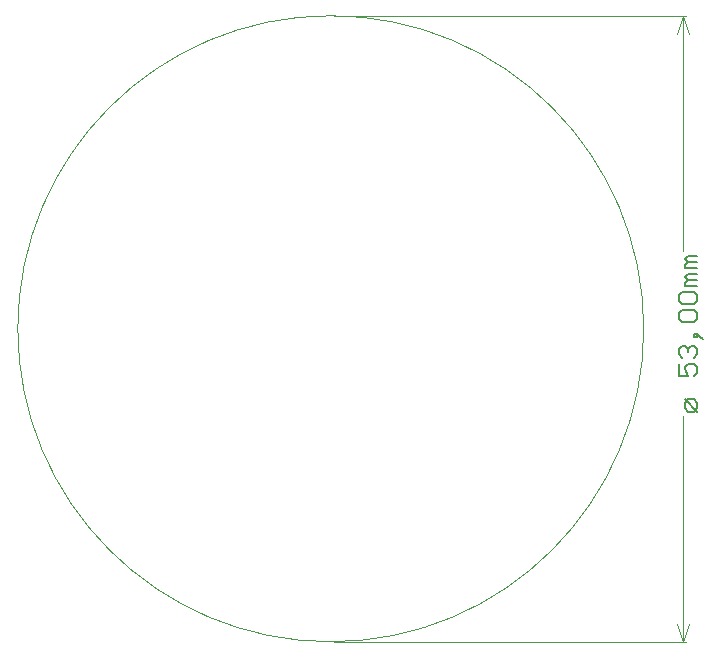
<source format=gko>
%FSLAX42Y42*%
%MOMM*%
G71*
G01*
G75*
G04 Layer_Color=65535*
%ADD10C,0.50*%
%ADD11C,1.00*%
G04:AMPARAMS|DCode=12|XSize=5mm|YSize=2.5mm|CornerRadius=0.63mm|HoleSize=0mm|Usage=FLASHONLY|Rotation=0.000|XOffset=0mm|YOffset=0mm|HoleType=Round|Shape=RoundedRectangle|*
%AMROUNDEDRECTD12*
21,1,5.00,1.25,0,0,0.0*
21,1,3.75,2.50,0,0,0.0*
1,1,1.25,1.88,-0.63*
1,1,1.25,-1.88,-0.63*
1,1,1.25,-1.88,0.63*
1,1,1.25,1.88,0.63*
%
%ADD12ROUNDEDRECTD12*%
%ADD13C,2.00*%
%ADD14C,1.60*%
%ADD15R,1.60X1.60*%
%ADD16C,2.30*%
%ADD17C,0.20*%
G04:AMPARAMS|DCode=18|XSize=5.1mm|YSize=2.6mm|CornerRadius=0.68mm|HoleSize=0mm|Usage=FLASHONLY|Rotation=0.000|XOffset=0mm|YOffset=0mm|HoleType=Round|Shape=RoundedRectangle|*
%AMROUNDEDRECTD18*
21,1,5.10,1.25,0,0,0.0*
21,1,3.75,2.60,0,0,0.0*
1,1,1.35,1.88,-0.63*
1,1,1.35,-1.88,-0.63*
1,1,1.35,-1.88,0.63*
1,1,1.35,1.88,0.63*
%
%ADD18ROUNDEDRECTD18*%
%ADD19C,2.10*%
%ADD20C,1.70*%
%ADD21R,1.70X1.70*%
%ADD22C,2.40*%
%ADD23C,0.25*%
%ADD24C,0.10*%
%ADD25C,0.15*%
D24*
X2650Y0D02*
G03*
X2650Y0I-2650J0D01*
G01*
X25Y2650D02*
X3010D01*
X25Y-2650D02*
X3010D01*
X2984Y660D02*
Y2650D01*
Y-2650D02*
Y-741D01*
X2934Y2498D02*
X2984Y2650D01*
X3035Y2498D01*
X2984Y-2650D02*
X3035Y-2498D01*
X2934D02*
X2984Y-2650D01*
D25*
X3101Y-675D02*
Y-625D01*
X3076Y-599D01*
X3025D01*
X3000Y-625D01*
Y-675D01*
X3025Y-701D01*
X3076D01*
X3101Y-675D01*
Y-701D02*
X3000Y-599D01*
X2949Y-295D02*
Y-396D01*
X3025D01*
X3000Y-345D01*
Y-320D01*
X3025Y-295D01*
X3076D01*
X3101Y-320D01*
Y-371D01*
X3076Y-396D01*
X2974Y-244D02*
X2949Y-218D01*
Y-168D01*
X2974Y-142D01*
X3000D01*
X3025Y-168D01*
Y-193D01*
Y-168D01*
X3051Y-142D01*
X3076D01*
X3101Y-168D01*
Y-218D01*
X3076Y-244D01*
X3127Y-66D02*
X3101Y-41D01*
X3076D01*
Y-66D01*
X3101D01*
Y-41D01*
X3127Y-66D01*
X3152Y-91D01*
X2974Y61D02*
X2949Y86D01*
Y137D01*
X2974Y162D01*
X3076D01*
X3101Y137D01*
Y86D01*
X3076Y61D01*
X2974D01*
Y213D02*
X2949Y239D01*
Y289D01*
X2974Y315D01*
X3076D01*
X3101Y289D01*
Y239D01*
X3076Y213D01*
X2974D01*
X3101Y366D02*
X3000D01*
Y391D01*
X3025Y416D01*
X3101D01*
X3025D01*
X3000Y442D01*
X3025Y467D01*
X3101D01*
Y518D02*
X3000D01*
Y543D01*
X3025Y569D01*
X3101D01*
X3025D01*
X3000Y594D01*
X3025Y620D01*
X3101D01*
M02*

</source>
